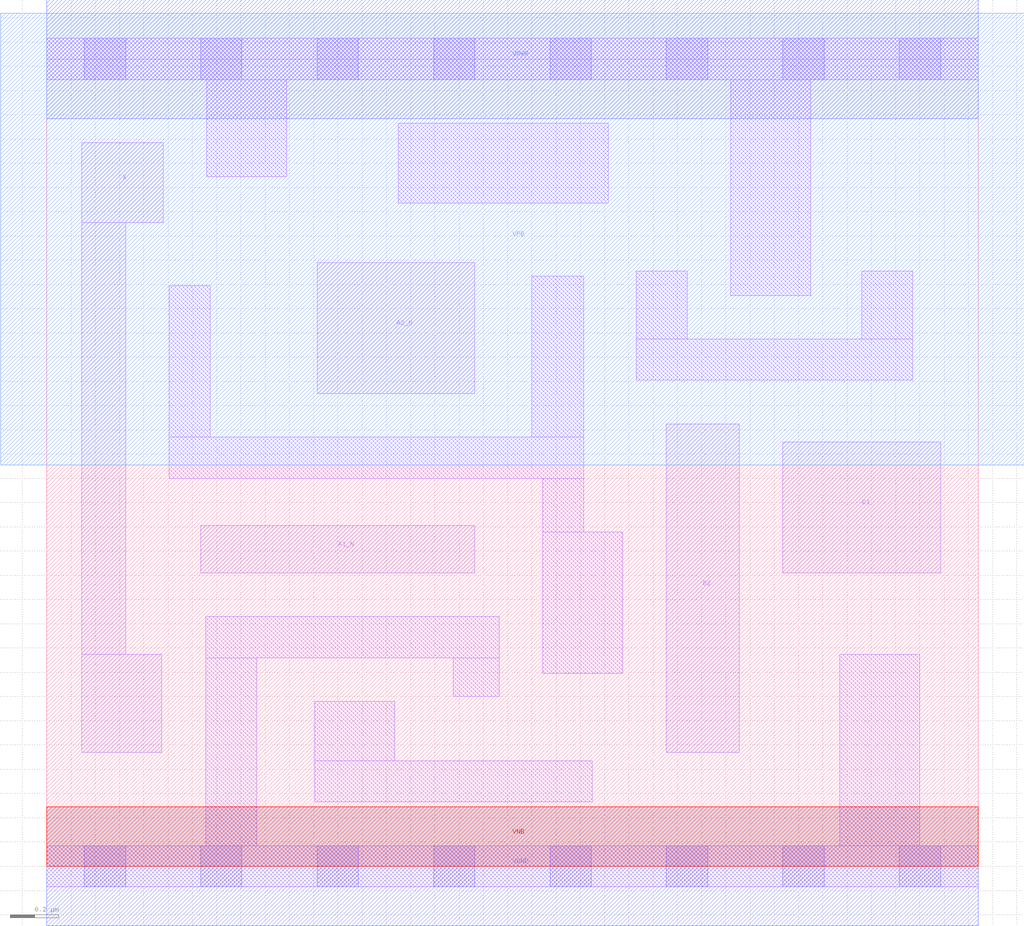
<source format=lef>
# Copyright 2020 The SkyWater PDK Authors
#
# Licensed under the Apache License, Version 2.0 (the "License");
# you may not use this file except in compliance with the License.
# You may obtain a copy of the License at
#
#     https://www.apache.org/licenses/LICENSE-2.0
#
# Unless required by applicable law or agreed to in writing, software
# distributed under the License is distributed on an "AS IS" BASIS,
# WITHOUT WARRANTIES OR CONDITIONS OF ANY KIND, either express or implied.
# See the License for the specific language governing permissions and
# limitations under the License.
#
# SPDX-License-Identifier: Apache-2.0

VERSION 5.7 ;
  NOWIREEXTENSIONATPIN ON ;
  DIVIDERCHAR "/" ;
  BUSBITCHARS "[]" ;
MACRO sky130_fd_sc_lp__a2bb2o_m
  CLASS CORE ;
  FOREIGN sky130_fd_sc_lp__a2bb2o_m ;
  ORIGIN  0.000000  0.000000 ;
  SIZE  3.840000 BY  3.330000 ;
  SYMMETRY X Y R90 ;
  SITE unit ;
  PIN A1_N
    ANTENNAGATEAREA  0.126000 ;
    DIRECTION INPUT ;
    USE SIGNAL ;
    PORT
      LAYER li1 ;
        RECT 0.635000 1.210000 1.765000 1.405000 ;
    END
  END A1_N
  PIN A2_N
    ANTENNAGATEAREA  0.126000 ;
    DIRECTION INPUT ;
    USE SIGNAL ;
    PORT
      LAYER li1 ;
        RECT 1.115000 1.950000 1.765000 2.490000 ;
    END
  END A2_N
  PIN B1
    ANTENNAGATEAREA  0.126000 ;
    DIRECTION INPUT ;
    USE SIGNAL ;
    PORT
      LAYER li1 ;
        RECT 3.035000 1.210000 3.685000 1.750000 ;
    END
  END B1
  PIN B2
    ANTENNAGATEAREA  0.126000 ;
    DIRECTION INPUT ;
    USE SIGNAL ;
    PORT
      LAYER li1 ;
        RECT 2.555000 0.470000 2.855000 1.825000 ;
    END
  END B2
  PIN X
    ANTENNADIFFAREA  0.239400 ;
    DIRECTION OUTPUT ;
    USE SIGNAL ;
    PORT
      LAYER li1 ;
        RECT 0.145000 0.470000 0.475000 0.875000 ;
        RECT 0.145000 0.875000 0.325000 2.655000 ;
        RECT 0.145000 2.655000 0.480000 2.985000 ;
    END
  END X
  PIN VGND
    DIRECTION INOUT ;
    USE GROUND ;
    PORT
      LAYER met1 ;
        RECT 0.000000 -0.245000 3.840000 0.245000 ;
    END
  END VGND
  PIN VNB
    DIRECTION INOUT ;
    USE GROUND ;
    PORT
      LAYER pwell ;
        RECT 0.000000 0.000000 3.840000 0.245000 ;
    END
  END VNB
  PIN VPB
    DIRECTION INOUT ;
    USE POWER ;
    PORT
      LAYER nwell ;
        RECT -0.190000 1.655000 4.030000 3.520000 ;
    END
  END VPB
  PIN VPWR
    DIRECTION INOUT ;
    USE POWER ;
    PORT
      LAYER met1 ;
        RECT 0.000000 3.085000 3.840000 3.575000 ;
    END
  END VPWR
  OBS
    LAYER li1 ;
      RECT 0.000000 -0.085000 3.840000 0.085000 ;
      RECT 0.000000  3.245000 3.840000 3.415000 ;
      RECT 0.505000  1.600000 2.215000 1.770000 ;
      RECT 0.505000  1.770000 0.675000 2.395000 ;
      RECT 0.655000  0.085000 0.865000 0.860000 ;
      RECT 0.655000  0.860000 1.865000 1.030000 ;
      RECT 0.660000  2.845000 0.990000 3.245000 ;
      RECT 1.105000  0.265000 2.250000 0.435000 ;
      RECT 1.105000  0.435000 1.435000 0.680000 ;
      RECT 1.450000  2.735000 2.315000 3.065000 ;
      RECT 1.675000  0.700000 1.865000 0.860000 ;
      RECT 2.000000  1.770000 2.215000 2.435000 ;
      RECT 2.045000  0.795000 2.375000 1.380000 ;
      RECT 2.045000  1.380000 2.215000 1.600000 ;
      RECT 2.430000  2.005000 3.570000 2.175000 ;
      RECT 2.430000  2.175000 2.640000 2.455000 ;
      RECT 2.820000  2.355000 3.150000 3.245000 ;
      RECT 3.270000  0.085000 3.600000 0.875000 ;
      RECT 3.360000  2.175000 3.570000 2.455000 ;
    LAYER mcon ;
      RECT 0.155000 -0.085000 0.325000 0.085000 ;
      RECT 0.155000  3.245000 0.325000 3.415000 ;
      RECT 0.635000 -0.085000 0.805000 0.085000 ;
      RECT 0.635000  3.245000 0.805000 3.415000 ;
      RECT 1.115000 -0.085000 1.285000 0.085000 ;
      RECT 1.115000  3.245000 1.285000 3.415000 ;
      RECT 1.595000 -0.085000 1.765000 0.085000 ;
      RECT 1.595000  3.245000 1.765000 3.415000 ;
      RECT 2.075000 -0.085000 2.245000 0.085000 ;
      RECT 2.075000  3.245000 2.245000 3.415000 ;
      RECT 2.555000 -0.085000 2.725000 0.085000 ;
      RECT 2.555000  3.245000 2.725000 3.415000 ;
      RECT 3.035000 -0.085000 3.205000 0.085000 ;
      RECT 3.035000  3.245000 3.205000 3.415000 ;
      RECT 3.515000 -0.085000 3.685000 0.085000 ;
      RECT 3.515000  3.245000 3.685000 3.415000 ;
  END
END sky130_fd_sc_lp__a2bb2o_m
END LIBRARY

</source>
